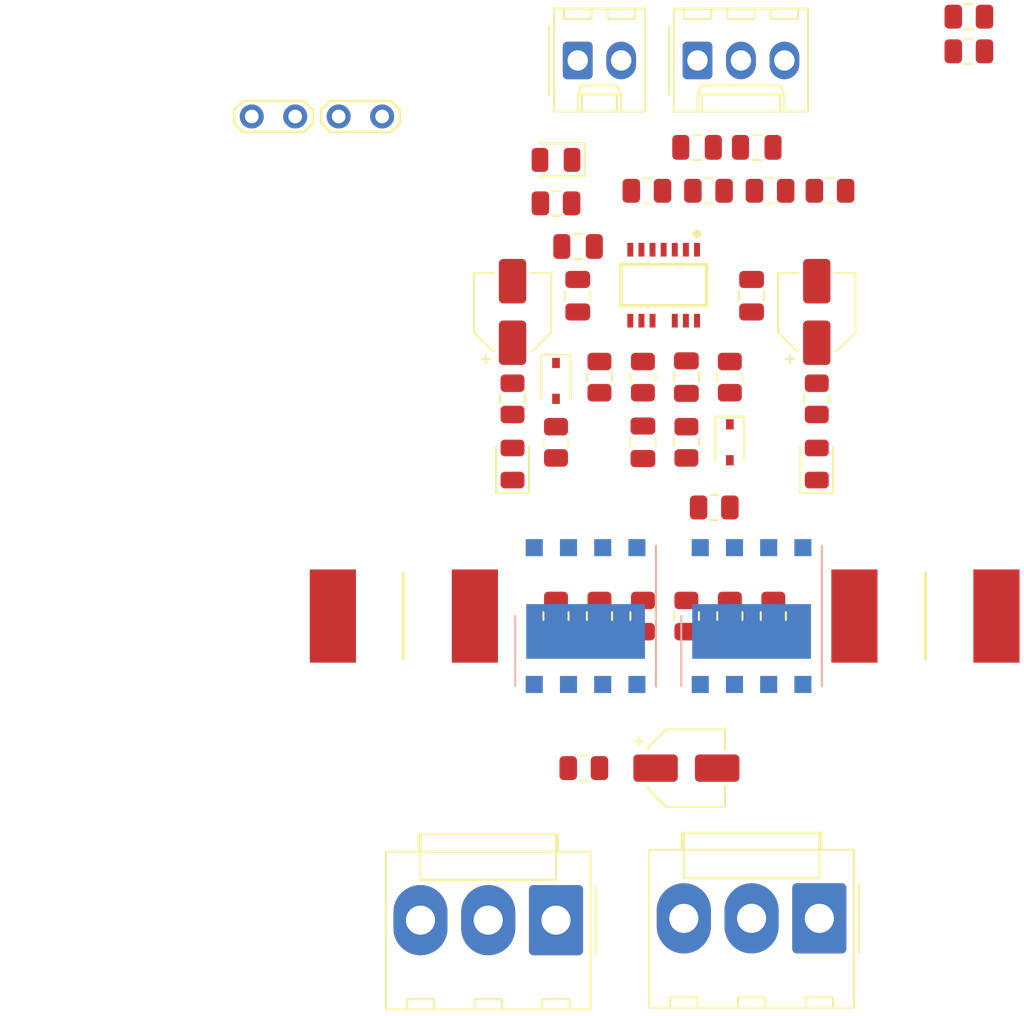
<source format=kicad_pcb>
(kicad_pcb (version 20211014) (generator pcbnew)
  (layers (0 "F.Cu" mixed) (1 "In1.Cu" power "Mid.1") (2 "In2.Cu" power "Mid.2") (31 "B.Cu" mixed) (34 "B.Paste" user) (35 "F.Paste" user) (36 "B.SilkS" user "B.Silkscreen") (37 "F.SilkS" user "F.Silkscreen") (38 "B.Mask" user) (39 "F.Mask" user) (44 "Edge.Cuts" user))
  (net 0 "")
  (net 1 "GND")
  (net 2 "+3.3V")
  (net 3 "VCCA")
  (net 4 "VCCB")
  (net 5 "GND1")
  (net 6 "LED1")
  (net 7 "Net-(C5-Pad1)")
  (net 8 "Net-(C5-Pad2)")
  (net 9 "GND2")
  (net 10 "OUTA")
  (net 11 "GND3")
  (net 12 "Net-(D1-Pad2)")
  (net 13 "Net-(D2-Pad2)")
  (net 14 "Net-(D5-Pad2)")
  (net 15 "Net-(D6-Pad2)")
  (net 16 "Net-(D7-Pad2)")
  (net 17 "Net-(FB3-Pad1)")
  (net 18 "Net-(Q1-Pad8)")
  (net 19 "Net-(J2-Pad1)")
  (net 20 "Net-(J2-Pad3)")
  (net 22 "Net-(FB4-Pad1)")
  (net 23 "HVDC+")
  (net 24 "PWM1")
  (net 25 "PWM2")
  (net 26 "OUTB")
  (net 27 "Net-(C15-Pad2)")
  (net 28 "LED2")
  (net 29 "Net-(C16-Pad2)")
  (net 30 "Net-(D2-Pad1)")
  (net 31 "Net-(J1-Pad1)")
  (net 32 "Net-(Q1-Pad1)")
  (net 33 "Net-(Q2-Pad5)")
  (net 34 "Net-(R17-Pad2)")
  (footprint "LED_SMD:LED_0805_2012Metric" (layer "F.Cu") (at 121.92 59.69 180)
    (fp_text reference "D5" hide)
    (fp_text value "LED")
    (fp_line (start -1.685 0.96) (end 1 0.96) (layer "F.SilkS") (width 0.12))
    (fp_line (start 1 -0.96) (end -1.685 -0.96) (layer "F.SilkS") (width 0.12))
    (fp_line (start -1.685 -0.96) (end -1.685 0.96) (layer "F.SilkS") (width 0.12))
    (pad "1" smd roundrect (at -0.9375 0 180) (size 0.975 1.4) (layers "F.Cu" "F.Paste" "F.Mask") (net 1 "GND"))
    (pad "2" smd roundrect (at 0.9375 0 180) (size 0.975 1.4) (layers "F.Cu" "F.Paste" "F.Mask") (net 14 "Net-(D5-Pad2)"))
  )
  (footprint "Connector_Molex:Molex_KK-254_AE-6410-03A_1x03_P2.54mm_Vertical" (layer "F.Cu") (at 130.18715 53.875)
    (fp_text reference "J2" hide)
    (fp_text value "PWM")
    (fp_line (start 6.46 2.99) (end 6.46 -3.03) (layer "F.SilkS") (width 0.12))
    (fp_line (start 0.8 -2.43) (end 0.8 -3.03) (layer "F.SilkS") (width 0.12))
    (fp_line (start 5.88 -2.43) (end 5.88 -3.03) (layer "F.SilkS") (width 0.12))
    (fp_line (start 0.25 2.99) (end 0.25 1.99) (layer "F.SilkS") (width 0.12))
    (fp_line (start 3.34 -2.43) (end 3.34 -3.03) (layer "F.SilkS") (width 0.12))
    (fp_line (start 0 1.99) (end 0.25 1.46) (layer "F.SilkS") (width 0.12))
    (fp_line (start 0.25 1.46) (end 4.83 1.46) (layer "F.SilkS") (width 0.12))
    (fp_line (start 4.83 2.99) (end 4.83 1.99) (layer "F.SilkS") (width 0.12))
    (fp_line (start 4.28 -2.43) (end 5.88 -2.43) (layer "F.SilkS") (width 0.12))
    (fp_line (start 5.08 1.99) (end 5.08 2.99) (layer "F.SilkS") (width 0.12))
    (fp_line (start 6.46 -3.03) (end -1.38 -3.03) (layer "F.SilkS") (width 0.12))
    (fp_line (start 1.74 -3.03) (end 1.74 -2.43) (layer "F.SilkS") (width 0.12))
    (fp_line (start 4.83 1.46) (end 5.08 1.99) (layer "F.SilkS") (width 0.12))
    (fp_line (start 1.74 -2.43) (end 3.34 -2.43) (layer "F.SilkS") (width 0.12))
    (fp_line (start -1.38 -3.03) (end -1.38 2.99) (layer "F.SilkS") (width 0.12))
    (fp_line (start -0.8 -2.43) (end 0.8 -2.43) (layer "F.SilkS") (width 0.12))
    (fp_line (start -1.67 -2) (end -1.67 2) (layer "F.SilkS") (width 0.12))
    (fp_line (start 0 1.99) (end 5.08 1.99) (layer "F.SilkS") (width 0.12))
    (fp_line (start -0.8 -3.03) (end -0.8 -2.43) (layer "F.SilkS") (width 0.12))
    (fp_line (start 4.28 -3.03) (end 4.28 -2.43) (layer "F.SilkS") (width 0.12))
    (fp_line (start -1.38 2.99) (end 6.46 2.99) (layer "F.SilkS") (width 0.12))
    (fp_line (start 0 2.99) (end 0 1.99) (layer "F.SilkS") (width 0.12))
    (pad "1" thru_hole roundrect (at 0 0) (size 1.74 2.19) (drill 1.19) (layers *.Cu *.Mask) (roundrect_rratio 0.143678) (net 19 "Net-(J2-Pad1)"))
    (pad "2" thru_hole oval (at 2.54 0) (size 1.74 2.19) (drill 1.19) (layers *.Cu *.Mask) (net 1 "GND"))
    (pad "3" thru_hole oval (at 5.08 0) (size 1.74 2.19) (drill 1.19) (layers *.Cu *.Mask) (net 20 "Net-(J2-Pad3)"))
  )
  (footprint "Resistor_SMD:R_0805_2012Metric" (layer "F.Cu") (at 134.430592 61.495 180)
    (fp_text reference "R16" hide)
    (fp_text value "10k")
    (fp_line (start -0.227064 -0.735) (end 0.227064 -0.735) (layer "F.SilkS") (width 0.12))
    (fp_line (start -0.227064 0.735) (end 0.227064 0.735) (layer "F.SilkS") (width 0.12))
    (pad "1" smd roundrect (at -0.9125 0 180) (size 1.025 1.4) (layers "F.Cu" "F.Paste" "F.Mask") (roundrect_rratio 0.243902) (net 24 "PWM1"))
    (pad "2" smd roundrect (at 0.9125 0 180) (size 1.025 1.4) (layers "F.Cu" "F.Paste" "F.Mask") (roundrect_rratio 0.243902) (net 1 "GND"))
  )
  (footprint "Resistor_SMD:R_0805_2012Metric" (layer "F.Cu") (at 119.38 73.66 90)
    (fp_text reference "R12" hide)
    (fp_text value "4.7k")
    (fp_line (start -0.227064 -0.735) (end 0.227064 -0.735) (layer "F.SilkS") (width 0.12))
    (fp_line (start -0.227064 0.735) (end 0.227064 0.735) (layer "F.SilkS") (width 0.12))
    (pad "1" smd roundrect (at -0.9125 0 90) (size 1.025 1.4) (layers "F.Cu" "F.Paste" "F.Mask") (roundrect_rratio 0.243902) (net 16 "Net-(D7-Pad2)"))
    (pad "2" smd roundrect (at 0.9125 0 90) (size 1.025 1.4) (layers "F.Cu" "F.Paste" "F.Mask") (roundrect_rratio 0.243902) (net 28 "LED2"))
  )
  (footprint "Capacitor_SMD:CP_Elec_4x5.8" (layer "F.Cu") (at 119.38 68.58 90)
    (fp_text reference "C16" hide)
    (fp_text value "10uF/35V")
    (fp_line (start -1.195563 -2.26) (end 2.26 -2.26) (layer "F.SilkS") (width 0.12))
    (fp_line (start -2.75 -1.81) (end -2.75 -1.31) (layer "F.SilkS") (width 0.12))
    (fp_line (start 2.26 2.26) (end 2.26 1.06) (layer "F.SilkS") (width 0.12))
    (fp_line (start -1.195563 2.26) (end 2.26 2.26) (layer "F.SilkS") (width 0.12))
    (fp_line (start -2.26 1.195563) (end -2.26 1.06) (layer "F.SilkS") (width 0.12))
    (fp_line (start 2.26 -2.26) (end 2.26 -1.06) (layer "F.SilkS") (width 0.12))
    (fp_line (start -2.26 -1.195563) (end -1.195563 -2.26) (layer "F.SilkS") (width 0.12))
    (fp_line (start -3 -1.56) (end -2.5 -1.56) (layer "F.SilkS") (width 0.12))
    (fp_line (start -2.26 -1.195563) (end -2.26 -1.06) (layer "F.SilkS") (width 0.12))
    (fp_line (start -2.26 1.195563) (end -1.195563 2.26) (layer "F.SilkS") (width 0.12))
    (pad "1" smd roundrect (at -1.8 0 90) (size 2.6 1.6) (layers "F.Cu" "F.Paste" "F.Mask") (roundrect_rratio 0.15625) (net 28 "LED2"))
    (pad "2" smd roundrect (at 1.8 0 90) (size 2.6 1.6) (layers "F.Cu" "F.Paste" "F.Mask") (roundrect_rratio 0.15625) (net 29 "Net-(C16-Pad2)"))
  )
  (footprint "footprint:TFLGA65P500X500X106-14_13N-V" (layer "F.Cu") (at 128.212 67.015 -90)
    (fp_text reference "U1" hide)
    (fp_text value "2EDF7275K")
    (fp_line (start -1.2 2.5) (end 1.2 2.5) (layer "F.SilkS") (width 0.2))
    (fp_line (start -1.2 -2.5) (end 1.2 -2.5) (layer "F.SilkS") (width 0.2))
    (fp_line (start -1.2 2.5) (end -1.2 -2.5) (layer "F.SilkS") (width 0.2))
    (fp_line (start 1.2 2.5) (end 1.2 -2.5) (layer "F.SilkS") (width 0.2))
    (fp_circle (center -3 -1.95) (end -2.875 -1.95) (layer "F.SilkS") (width 0.25) (fill none))
    (pad "1" smd rect locked (at -2.075 -1.95 270) (size 0.8 0.35) (layers "F.Cu" "F.Mask") (net 1 "GND"))
    (pad "2" smd rect locked (at -2.075 -1.3 270) (size 0.8 0.35) (layers "F.Cu" "F.Mask") (net 24 "PWM1"))
    (pad "3" smd rect locked (at -2.075 -0.65 270) (size 0.8 0.35) (layers "F.Cu" "F.Mask") (net 25 "PWM2"))
    (pad "4" smd rect locked (at -2.075 0 270) (size 0.8 0.35) (layers "F.Cu" "F.Mask") (net 1 "GND"))
    (pad "5" smd rect locked (at -2.075 0.65 270) (size 0.8 0.35) (layers "F.Cu" "F.Mask") (net 1 "GND"))
    (pad "6" smd rect locked (at -2.075 1.3 270) (size 0.8 0.35) (layers "F.Cu" "F.Mask"))
    (pad "7" smd rect locked (at -2.075 1.95 270) (size 0.8 0.35) (layers "F.Cu" "F.Mask") (net 2 "+3.3V"))
    (pad "8" smd rect locked (at 2.075 1.95 270) (size 0.8 0.35) (layers "F.Cu" "F.Mask") (net 29 "Net-(C16-Pad2)"))
    (pad "9" smd rect locked (at 2.075 1.3 270) (size 0.8 0.35) (layers "F.Cu" "F.Mask") (net 26 "OUTB"))
    (pad "10" smd rect locked (at 2.075 0.65 270) (size 0.8 0.35) (layers "F.Cu" "F.Mask") (net 28 "LED2"))
    (pad "11" smd rect locked (at 2.075 -0.65 270) (size 0.8 0.35) (layers "F.Cu" "F.Mask") (net 27 "Net-(C15-Pad2)"))
    (pad "12" smd rect locked (at 2.075 -1.3 270) (size 0.8 0.35) (layers "F.Cu" "F.Mask") (net 10 "OUTA"))
    (pad "13" smd rect locked (at 2.075 -1.95 270) (size 0.8 0.35) (layers "F.Cu" "F.Mask") (net 6 "LED1"))
  )
  (footprint "Capacitor_SMD:CP_Elec_4x5.8" (layer "F.Cu") (at 129.54 95.25)
    (fp_text reference "C10" hide)
    (fp_text value "220uF/450V")
    (fp_line (start -3 -1.56) (end -2.5 -1.56) (layer "F.SilkS") (width 0.12))
    (fp_line (start 2.26 -2.26) (end 2.26 -1.06) (layer "F.SilkS") (width 0.12))
    (fp_line (start -2.26 -1.195563) (end -2.26 -1.06) (layer "F.SilkS") (width 0.12))
    (fp_line (start 2.26 2.26) (end 2.26 1.06) (layer "F.SilkS") (width 0.12))
    (fp_line (start -2.75 -1.81) (end -2.75 -1.31) (layer "F.SilkS") (width 0.12))
    (fp_line (start -1.195563 -2.26) (end 2.26 -2.26) (layer "F.SilkS") (width 0.12))
    (fp_line (start -2.26 1.195563) (end -1.195563 2.26) (layer "F.SilkS") (width 0.12))
    (fp_line (start -1.195563 2.26) (end 2.26 2.26) (layer "F.SilkS") (width 0.12))
    (fp_line (start -2.26 -1.195563) (end -1.195563 -2.26) (layer "F.SilkS") (width 0.12))
    (fp_line (start -2.26 1.195563) (end -2.26 1.06) (layer "F.SilkS") (width 0.12))
    (pad "1" smd roundrect (at -1.8 0) (size 2.6 1.6) (layers "F.Cu" "F.Paste" "F.Mask") (roundrect_rratio 0.15625) (net 23 "HVDC+"))
    (pad "2" smd roundrect (at 1.8 0) (size 2.6 1.6) (layers "F.Cu" "F.Paste" "F.Mask") (roundrect_rratio 0.15625) (net 11 "GND3"))
  )
  (footprint "Resistor_SMD:R_0805_2012Metric" (layer "F.Cu") (at 123.5475 95.25 180)
    (fp_text reference "R8" hide)
    (fp_text value "500k")
    (fp_line (start -0.227064 -0.735) (end 0.227064 -0.735) (layer "F.SilkS") (width 0.12))
    (fp_line (start -0.227064 0.735) (end 0.227064 0.735) (layer "F.SilkS") (width 0.12))
    (pad "1" smd roundrect (at -0.9125 0 180) (size 1.025 1.4) (layers "F.Cu" "F.Paste" "F.Mask") (roundrect_rratio 0.243902) (net 23 "HVDC+"))
    (pad "2" smd roundrect (at 0.9125 0 180) (size 1.025 1.4) (layers "F.Cu" "F.Paste" "F.Mask") (roundrect_rratio 0.243902) (net 11 "GND3"))
  )
  (footprint "Capacitor_SMD:C_0805_2012Metric" (layer "F.Cu") (at 123.21 64.75)
    (fp_text reference "C1" hide)
    (fp_text value "100nF")
    (fp_line (start -0.261252 -0.735) (end 0.261252 -0.735) (layer "F.SilkS") (width 0.12))
    (fp_line (start -0.261252 0.735) (end 0.261252 0.735) (layer "F.SilkS") (width 0.12))
    (pad "1" smd roundrect (at -0.95 0) (size 1 1.45) (layers "F.Cu" "F.Paste" "F.Mask") (net 1 "GND"))
    (pad "2" smd roundrect (at 0.95 0) (size 1 1.45) (layers "F.Cu" "F.Paste" "F.Mask") (net 2 "+3.3V"))
  )
  (footprint "Resistor_SMD:R_0805_2012Metric" (layer "F.Cu") (at 127.232936 61.495)
    (fp_text reference "R13" hide)
    (fp_text value "100")
    (fp_line (start -0.227064 -0.735) (end 0.227064 -0.735) (layer "F.SilkS") (width 0.12))
    (fp_line (start -0.227064 0.735) (end 0.227064 0.735) (layer "F.SilkS") (width 0.12))
    (pad "1" smd roundrect (at -0.9125 0) (size 1.025 1.4) (layers "F.Cu" "F.Paste" "F.Mask") (roundrect_rratio 0.243902) (net 19 "Net-(J2-Pad1)"))
    (pad "2" smd roundrect (at 0.9125 0) (size 1.025 1.4) (layers "F.Cu" "F.Paste" "F.Mask") (roundrect_rratio 0.243902) (net 25 "PWM2"))
  )
  (footprint "Resistor_SMD:R_0805_2012Metric" (layer "F.Cu") (at 132.08 72.39 -90)
    (fp_text reference "R1" hide)
    (fp_text value "470")
    (fp_line (start -0.227064 0.735) (end 0.227064 0.735) (layer "F.SilkS") (width 0.12))
    (fp_line (start -0.227064 -0.735) (end 0.227064 -0.735) (layer "F.SilkS") (width 0.12))
    (pad "1" smd roundrect (at -0.9125 0 270) (size 1.025 1.4) (layers "F.Cu" "F.Paste" "F.Mask") (roundrect_rratio 0.243902) (net 10 "OUTA"))
    (pad "2" smd roundrect (at 0.9125 0 270) (size 1.025 1.4) (layers "F.Cu" "F.Paste" "F.Mask") (roundrect_rratio 0.243902) (net 18 "Net-(Q1-Pad8)"))
  )
  (footprint "Resistor_SMD:R_0805_2012Metric" (layer "F.Cu") (at 124.46 72.39 -90)
    (fp_text reference "R3" hide)
    (fp_text value "470")
    (fp_line (start -0.227064 0.735) (end 0.227064 0.735) (layer "F.SilkS") (width 0.12))
    (fp_line (start -0.227064 -0.735) (end 0.227064 -0.735) (layer "F.SilkS") (width 0.12))
    (pad "1" smd roundrect (at -0.9125 0 270) (size 1.025 1.4) (layers "F.Cu" "F.Paste" "F.Mask") (roundrect_rratio 0.243902) (net 26 "OUTB"))
    (pad "2" smd roundrect (at 0.9125 0 270) (size 1.025 1.4) (layers "F.Cu" "F.Paste" "F.Mask") (roundrect_rratio 0.243902) (net 8 "Net-(C5-Pad2)"))
  )
  (footprint "LED_SMD:LED_0805_2012Metric" (layer "F.Cu") (at 137.16 77.47 90)
    (fp_text reference "D6" hide)
    (fp_text value "LED")
    (fp_line (start -1.685 -0.96) (end -1.685 0.96) (layer "F.SilkS") (width 0.12))
    (fp_line (start -1.685 0.96) (end 1 0.96) (layer "F.SilkS") (width 0.12))
    (fp_line (start 1 -0.96) (end -1.685 -0.96) (layer "F.SilkS") (width 0.12))
    (pad "1" smd roundrect (at -0.9375 0 90) (size 0.975 1.4) (layers "F.Cu" "F.Paste" "F.Mask") (net 5 "GND1"))
    (pad "2" smd roundrect (at 0.9375 0 90) (size 0.975 1.4) (layers "F.Cu" "F.Paste" "F.Mask") (net 15 "Net-(D6-Pad2)"))
  )
  (footprint "Resistor_SMD:R_0805_2012Metric" (layer "F.Cu") (at 121.92 62.23)
    (fp_text reference "R10" hide)
    (fp_text value "4.7k")
    (fp_line (start -0.227064 0.735) (end 0.227064 0.735) (layer "F.SilkS") (width 0.12))
    (fp_line (start -0.227064 -0.735) (end 0.227064 -0.735) (layer "F.SilkS") (width 0.12))
    (pad "1" smd roundrect (at -0.9125 0) (size 1.025 1.4) (layers "F.Cu" "F.Paste" "F.Mask") (roundrect_rratio 0.243902) (net 14 "Net-(D5-Pad2)"))
    (pad "2" smd roundrect (at 0.9125 0) (size 1.025 1.4) (layers "F.Cu" "F.Paste" "F.Mask") (roundrect_rratio 0.243902) (net 2 "+3.3V"))
  )
  (footprint "Resistor_SMD:R_0805_2012Metric" (layer "F.Cu") (at 124.46 86.36 -90)
    (fp_text reference "R17" hide)
    (fp_text value "1R")
    (fp_line (start -0.227064 -0.735) (end 0.227064 -0.735) (layer "F.SilkS") (width 0.12))
    (fp_line (start -0.227064 0.735) (end 0.227064 0.735) (layer "F.SilkS") (width 0.12))
    (pad "1" smd roundrect (at -0.9125 0 270) (size 1.025 1.4) (layers "F.Cu" "F.Paste" "F.Mask") (roundrect_rratio 0.243902) (net 33 "Net-(Q2-Pad5)"))
    (pad "2" smd roundrect (at 0.9125 0 270) (size 1.025 1.4) (layers "F.Cu" "F.Paste" "F.Mask") (roundrect_rratio 0.243902) (net 34 "Net-(R17-Pad2)"))
  )
  (footprint "Resistor_SMD:R_0805_2012Metric" (layer "F.Cu") (at 127 72.39 -90)
    (fp_text reference "R2" hide)
    (fp_text value "10")
    (fp_line (start -0.227064 -0.735) (end 0.227064 -0.735) (layer "F.SilkS") (width 0.12))
    (fp_line (start -0.227064 0.735) (end 0.227064 0.735) (layer "F.SilkS") (width 0.12))
    (pad "1" smd roundrect (at -0.9125 0 270) (size 1.025 1.4) (layers "F.Cu" "F.Paste" "F.Mask") (roundrect_rratio 0.243902) (net 26 "OUTB"))
    (pad "2" smd roundrect (at 0.9125 0 270) (size 1.025 1.4) (layers "F.Cu" "F.Paste" "F.Mask") (roundrect_rratio 0.243902) (net 7 "Net-(C5-Pad1)"))
  )
  (footprint "Connector_Molex:Molex_KK-254_AE-6410-02A_1x02_P2.54mm_Vertical" (layer "F.Cu") (at 123.19 53.875)
    (fp_text reference "J4" hide)
    (fp_text value "3.3V")
    (fp_line (start -0.8 -3.03) (end -0.8 -2.43) (layer "F.SilkS") (width 0.12))
    (fp_line (start -1.38 -3.03) (end -1.38 2.99) (layer "F.SilkS") (width 0.12))
    (fp_line (start -1.67 -2) (end -1.67 2) (layer "F.SilkS") (width 0.12))
    (fp_line (start 1.74 -2.43) (end 3.34 -2.43) (layer "F.SilkS") (width 0.12))
    (fp_line (start 2.54 1.99) (end 2.54 2.99) (layer "F.SilkS") (width 0.12))
    (fp_line (start 0 1.99) (end 2.54 1.99) (layer "F.SilkS") (width 0.12))
    (fp_line (start 0.25 2.99) (end 0.25 1.99) (layer "F.SilkS") (width 0.12))
    (fp_line (start 0 1.99) (end 0.25 1.46) (layer "F.SilkS") (width 0.12))
    (fp_line (start 2.29 2.99) (end 2.29 1.99) (layer "F.SilkS") (width 0.12))
    (fp_line (start 3.34 -2.43) (end 3.34 -3.03) (layer "F.SilkS") (width 0.12))
    (fp_line (start -1.38 2.99) (end 3.92 2.99) (layer "F.SilkS") (width 0.12))
    (fp_line (start 2.29 1.46) (end 2.54 1.99) (layer "F.SilkS") (width 0.12))
    (fp_line (start 3.92 -3.03) (end -1.38 -3.03) (layer "F.SilkS") (width 0.12))
    (fp_line (start 0.25 1.46) (end 2.29 1.46) (layer "F.SilkS") (width 0.12))
    (fp_line (start 3.92 2.99) (end 3.92 -3.03) (layer "F.SilkS") (width 0.12))
    (fp_line (start 0 2.99) (end 0 1.99) (layer "F.SilkS") (width 0.12))
    (fp_line (start 0.8 -2.43) (end 0.8 -3.03) (layer "F.SilkS") (width 0.12))
    (fp_line (start -0.8 -2.43) (end 0.8 -2.43) (layer "F.SilkS") (width 0.12))
    (fp_line (start 1.74 -3.03) (end 1.74 -2.43) (layer "F.SilkS") (width 0.12))
    (pad "1" thru_hole roundrect (at 0 0) (size 1.74 2.19) (drill 1.19) (layers *.Cu *.Mask) (roundrect_rratio 0.143678) (net 2 "+3.3V"))
    (pad "2" thru_hole oval (at 2.54 0) (size 1.74 2.19) (drill 1.19) (layers *.Cu *.Mask) (net 1 "GND"))
  )
  (footprint "Resistor_SMD:R_0805_2012Metric" (layer "F.Cu") (at 121.92 76.2 90)
    (fp_text reference "R5" hide)
    (fp_text value "5.1")
    (fp_line (start -0.227064 -0.735) (end 0.227064 -0.735) (layer "F.SilkS") (width 0.12))
    (fp_line (start -0.227064 0.735) (end 0.227064 0.735) (layer "F.SilkS") (width 0.12))
    (pad "1" smd roundrect (at -0.9125 0 90) (size 1.025 1.4) (layers "F.Cu" "F.Paste" "F.Mask") (roundrect_rratio 0.243902) (net 12 "Net-(D1-Pad2)"))
    (pad "2" smd roundrect (at 0.9125 0 90) (size 1.025 1.4) (layers "F.Cu" "F.Paste" "F.Mask") (roundrect_rratio 0.243902) (net 7 "Net-(C5-Pad1)"))
  )
  (footprint "Capacitor_SMD:C_0805_2012Metric" (layer "F.Cu") (at 133.652936 58.955)
    (fp_text reference "C14" hide)
    (fp_text value "100nF")
    (fp_line (start -0.261252 0.735) (end 0.261252 0.735) (layer "F.SilkS") (width 0.12))
    (fp_line (start -0.261252 -0.735) (end 0.261252 -0.735) (layer "F.SilkS") (width 0.12))
    (pad "1" smd roundrect (at -0.95 0) (size 1 1.45) (layers "F.Cu" "F.Paste" "F.Mask") (net 1 "GND"))
    (pad "2" smd roundrect (at 0.95 0) (size 1 1.45) (layers "F.Cu" "F.Paste" "F.Mask") (net 24 "PWM1"))
  )
  (footprint "Resistor_SMD:R_0805_2012Metric" (layer "F.Cu") (at 146.05 53.34)
    (fp_text reference "FB4" hide)
    (fp_text value "fb")
    (fp_line (start -0.227064 -0.735) (end 0.227064 -0.735) (layer "F.SilkS") (width 0.12))
    (fp_line (start -0.227064 0.735) (end 0.227064 0.735) (layer "F.SilkS") (width 0.12))
    (pad "1" smd roundrect (at -0.9125 0) (size 1.025 1.4) (layers "F.Cu" "F.Paste" "F.Mask") (roundrect_rratio 0.243902) (net 22 "Net-(FB4-Pad1)"))
    (pad "2" smd roundrect (at 0.9125 0) (size 1.025 1.4) (layers "F.Cu" "F.Paste" "F.Mask") (roundrect_rratio 0.243902) (net 3 "VCCA"))
  )
  (footprint "Resistor_SMD:R_0805_2012Metric" (layer "F.Cu") (at 129.54 76.2 -90)
    (fp_text reference "R4" hide)
    (fp_text value "10")
    (fp_line (start -0.227064 -0.735) (end 0.227064 -0.735) (layer "F.SilkS") (width 0.12))
    (fp_line (start -0.227064 0.735) (end 0.227064 0.735) (layer "F.SilkS") (width 0.12))
    (pad "1" smd roundrect (at -0.9125 0 270) (size 1.025 1.4) (layers "F.Cu" "F.Paste" "F.Mask") (roundrect_rratio 0.243902) (net 30 "Net-(D2-Pad1)"))
    (pad "2" smd roundrect (at 0.9125 0 270) (size 1.025 1.4) (layers "F.Cu" "F.Paste" "F.Mask") (roundrect_rratio 0.243902) (net 18 "Net-(Q1-Pad8)"))
  )
  (footprint "Resistor_SMD:R_0805_2012Metric" (layer "F.Cu") (at 137.16 73.66 90)
    (fp_text reference "R11" hide)
    (fp_text value "4.7k")
    (fp_line (start -0.227064 0.735) (end 0.227064 0.735) (layer "F.SilkS") (width 0.12))
    (fp_line (start -0.227064 -0.735) (end 0.227064 -0.735) (layer "F.SilkS") (width 0.12))
    (pad "1" smd roundrect (at -0.9125 0 90) (size 1.025 1.4) (layers "F.Cu" "F.Paste" "F.Mask") (roundrect_rratio 0.243902) (net 15 "Net-(D6-Pad2)"))
    (pad "2" smd roundrect (at 0.9125 0 90) (size 1.025 1.4) (layers "F.Cu" "F.Paste" "F.Mask") (roundrect_rratio 0.243902) (net 6 "LED1"))
  )
  (footprint "Capacitor_SMD:C_0805_2012Metric" (layer "F.Cu") (at 130.162936 58.955 180)
    (fp_text reference "C13" hide)
    (fp_text value "100nF")
    (fp_line (start -0.261252 0.735) (end 0.261252 0.735) (layer "F.SilkS") (width 0.12))
    (fp_line (start -0.261252 -0.735) (end 0.261252 -0.735) (layer "F.SilkS") (width 0.12))
    (pad "1" smd roundrect (at -0.95 0 180) (size 1 1.45) (layers "F.Cu" "F.Paste" "F.Mask") (net 1 "GND"))
    (pad "2" smd roundrect (at 0.95 0 180) (size 1 1.45) (layers "F.Cu" "F.Paste" "F.Mask") (net 25 "PWM2"))
  )
  (footprint "Capacitor_SMD:C_0805_2012Metric" (layer "F.Cu") (at 127 76.2 -90)
    (fp_text reference "C5" hide)
    (fp_text value "2.2nF")
    (fp_line (start -0.261252 0.735) (end 0.261252 0.735) (layer "F.SilkS") (width 0.12))
    (fp_line (start -0.261252 -0.735) (end 0.261252 -0.735) (layer "F.SilkS") (width 0.12))
    (pad "1" smd roundrect (at -0.95 0 270) (size 1 1.45) (layers "F.Cu" "F.Paste" "F.Mask") (net 7 "Net-(C5-Pad1)"))
    (pad "2" smd roundrect (at 0.95 0 270) (size 1 1.45) (layers "F.Cu" "F.Paste" "F.Mask") (net 8 "Net-(C5-Pad2)"))
  )
  (footprint "Resistor_SMD:R_0805_2012Metric" (layer "F.Cu") (at 121.92 86.36 -90)
    (fp_text reference "R20" hide)
    (fp_text value "1R")
    (fp_line (start -0.227064 0.735) (end 0.227064 0.735) (layer "F.SilkS") (width 0.12))
    (fp_line (start -0.227064 -0.735) (end 0.227064 -0.735) (layer "F.SilkS") (width 0.12))
    (pad "1" smd roundrect (at -0.9125 0 270) (size 1.025 1.4) (layers "F.Cu" "F.Paste" "F.Mask") (roundrect_rratio 0.243902) (net 33 "Net-(Q2-Pad5)"))
    (pad "2" smd roundrect (at 0.9125 0 270) (size 1.025 1.4) (layers "F.Cu" "F.Paste" "F.Mask") (roundrect_rratio 0.243902) (net 34 "Net-(R17-Pad2)"))
  )
  (footprint "footprint:RESC10052X50N" (layer "F.Cu") (at 113.03 86.36 180)
    (fp_text reference "R9" hide)
    (fp_text value "WSLP3921L1000FEA" hide)
    (fp_line (start 0 -2.5) (end 0 2.5) (layer "F.SilkS") (width 0.2))
    (pad "1" smd rect (at -4.15 0 180) (size 2.7 5.45) (layers "F.Cu" "F.Paste" "F.Mask") (net 34 "Net-(R17-Pad2)"))
    (pad "2" smd rect (at 4.15 0 180) (size 2.7 5.45) (layers "F.Cu" "F.Paste" "F.Mask") (net 11 "GND3"))
  )
  (footprint "Resistor_SMD:R_0805_2012Metric" (layer "F.Cu") (at 129.54 86.36 -90)
    (fp_text reference "R22" hide)
    (fp_text value "NC")
    (fp_line (start -0.227064 -0.735) (end 0.227064 -0.735) (layer "F.SilkS") (width 0.12))
    (fp_line (start -0.227064 0.735) (end 0.227064 0.735) (layer "F.SilkS") (width 0.12))
    (pad "1" smd roundrect (at -0.9125 0 270) (size 1.025 1.4) (layers "F.Cu" "F.Paste" "F.Mask") (roundrect_rratio 0.243902) (net 33 "Net-(Q2-Pad5)"))
    (pad "2" smd roundrect (at 0.9125 0 270) (size 1.025 1.4) (layers "F.Cu" "F.Paste" "F.Mask") (roundrect_rratio 0.243902) (net 34 "Net-(R17-Pad2)"))
  )
  (footprint "Diode_SMD:D_SOD-323" (layer "F.Cu") (at 132.08 76.2 -90)
    (fp_text reference "D2" hide)
    (fp_text value "BAT165")
    (fp_line (start -1.5 -0.85) (end 1.05 -0.85) (layer "F.SilkS") (width 0.12))
    (fp_line (start -1.5 0.85) (end 1.05 0.85) (layer "F.SilkS") (width 0.12))
    (fp_line (start -1.5 -0.85) (end -1.5 0.85) (layer "F.SilkS") (width 0.12))
    (pad "1" smd rect (at -1.05 0 270) (size 0.6 0.45) (layers "F.Cu" "F.Paste" "F.Mask") (net 30 "Net-(D2-Pad1)"))
    (pad "2" smd rect (at 1.05 0 270) (size 0.6 0.45) (layers "F.Cu" "F.Paste" "F.Mask") (net 13 "Net-(D2-Pad2)"))
  )
  (footprint "TestPoint:TestPoint_2Pads_Pitch2.54mm_Drill0.8mm" (layer "F.Cu") (at 109.22 57.15)
    (fp_text reference "REF**" hide)
    (fp_text value "TestPoint_2Pads_Pitch2.54mm_Drill0.8mm")
    (fp_line (start -0.53 0.9) (end -1.03 0.4) (layer "F.SilkS") (width 0.15))
    (fp_line (start 3.07 0.9) (end -0.53 0.9) (layer "F.SilkS") (width 0.15))
    (fp_line (start -1.03 0.4) (end -1.03 -0.4) (layer "F.SilkS") (width 0.15))
    (fp_line (start 3.57 0.4) (end 3.07 0.9) (layer "F.SilkS") (width 0.15))
    (fp_line (start 3.07 -0.9) (end 3.57 -0.4) (layer "F.SilkS") (width 0.15))
    (fp_line (start 3.57 -0.4) (end 3.57 0.4) (layer "F.SilkS") (width 0.15))
    (fp_line (start -0.53 -0.9) (end 3.07 -0.9) (layer "F.SilkS") (width 0.15))
    (fp_line (start -1.03 -0.4) (end -0.53 -0.9) (layer "F.SilkS") (width 0.15))
    (pad "1" thru_hole circle (at 0 0) (size 1.4 1.4) (drill 0.8) (layers *.Mask "F.Cu" "In1.Cu" "In2.Cu" "B.Cu"))
    (pad "2" thru_hole circle (at 2.54 0) (size 1.4 1.4) (drill 0.8) (layers *.Mask "F.Cu" "In1.Cu" "In2.Cu" "B.Cu"))
  )
  (footprint "Capacitor_SMD:C_0805_2012Metric" (layer "F.Cu") (at 129.54 72.39 -90)
    (fp_text reference "C4" hide)
    (fp_text value "2.2nF")
    (fp_line (start -0.261252 -0.735) (end 0.261252 -0.735) (layer "F.SilkS") (width 0.12))
    (fp_line (start -0.261252 0.735) (end 0.261252 0.735) (layer "F.SilkS") (width 0.12))
    (pad "1" smd roundrect (at -0.95 0 270) (size 1 1.45) (layers "F.Cu" "F.Paste" "F.Mask") (net 10 "OUTA"))
    (pad "2" smd roundrect (at 0.95 0 270) (size 1 1.45) (layers "F.Cu" "F.Paste" "F.Mask") (net 30 "Net-(D2-Pad1)"))
  )
  (footprint "Connector_Molex:Molex_KK-396_A-41791-0003_1x03_P3.96mm_Vertical" (layer "F.Cu") (at 137.31 104.035 180)
    (fp_text reference "J3" hide)
    (fp_text value "HVDC2")
    (fp_line (start 0 2.34) (end 7.92 2.34) (layer "F.SilkS") (width 0.12))
    (fp_line (start -0.115 4.005) (end -2.02 4.005) (layer "F.SilkS") (width 0.12))
    (fp_line (start 8.035 5.01) (end -0.115 5.01) (layer "F.SilkS") (width 0.12))
    (fp_line (start 3.16 -4.62) (end 4.76 -4.62) (layer "F.SilkS") (width 0.12))
    (fp_line (start 0 5.01) (end 0 4.01) (layer "F.SilkS") (width 0.12))
    (fp_line (start 7.92 2.34) (end 7.92 4.01) (layer "F.SilkS") (width 0.12))
    (fp_line (start 0.8 -4.62) (end 0.8 -5.22) (layer "F.SilkS") (width 0.12))
    (fp_line (start 7.92 4.01) (end 7.92 5.01) (layer "F.SilkS") (width 0.12))
    (fp_line (start -0.8 -5.22) (end -0.8 -4.62) (layer "F.SilkS") (width 0.12))
    (fp_line (start 8.035 4.005) (end 8.035 5.01) (layer "F.SilkS") (width 0.12))
    (fp_line (start -0.115 5.01) (end -0.115 4.005) (layer "F.SilkS") (width 0.12))
    (fp_line (start 8.72 -4.62) (end 8.72 -5.22) (layer "F.SilkS") (width 0.12))
    (fp_line (start 9.94 -5.22) (end 9.94 4.005) (layer "F.SilkS") (width 0.12))
    (fp_line (start 7.12 -4.62) (end 8.72 -4.62) (layer "F.SilkS") (width 0.12))
    (fp_line (start 9.94 4.005) (end 8.035 4.005) (layer "F.SilkS") (width 0.12))
    (fp_line (start -2.31 -2) (end -2.31 2) (layer "F.SilkS") (width 0.12))
    (fp_line (start 7.12 -5.22) (end 7.12 -4.62) (layer "F.SilkS") (width 0.12))
    (fp_line (start -2.02 -5.22) (end 9.94 -5.22) (layer "F.SilkS") (width 0.12))
    (fp_line (start -2.02 4.005) (end -2.02 -5.22) (layer "F.SilkS") (width 0.12))
    (fp_line (start -0.8 -4.62) (end 0.8 -4.62) (layer "F.SilkS") (width 0.12))
    (fp_line (start 3.16 -5.22) (end 3.16 -4.62) (layer "F.SilkS") (width 0.12))
    (fp_line (start 0 4.01) (end 0 2.34) (layer "F.SilkS") (width 0.12))
    (fp_line (start 4.76 -4.62) (end 4.76 -5.22) (layer "F.SilkS") (width 0.12))
    (fp_line (start 0 4.01) (end 7.92 4.01) (layer "F.SilkS") (width 0.12))
    (pad "1" thru_hole roundrect (at 0 0 180) (size 3.16 4.1) (drill 1.7) (layers *.Cu *.Mask) (roundrect_rratio 0.079114) (net 31 "Net-(J1-Pad1)"))
    (pad "2" thru_hole oval (at 3.96 0 180) (size 3.16 4.1) (drill 1.7) (layers *.Cu *.Mask) (net 11 "GND3"))
    (pad "3" thru_hole oval (at 7.92 0 180) (size 3.16 4.1) (drill 1.7) (layers *.Cu *.Mask) (net 23 "HVDC+"))
  )
  (footprint "Resistor_SMD:R_0805_2012Metric" (layer "F.Cu") (at 137.932936 61.495 180)
    (fp_text reference "R14" hide)
    (fp_text value "100")
    (fp_line (start -0.227064 0.735) (end 0.227064 0.735) (layer "F.SilkS") (width 0.12))
    (fp_line (start -0.227064 -0.735) (end 0.227064 -0.735) (layer "F.SilkS") (width 0.12))
    (pad "1" smd roundrect (at -0.9125 0 180) (size 1.025 1.4) (layers "F.Cu" "F.Paste" "F.Mask") (roundrect_rratio 0.243902) (net 20 "Net-(J2-Pad3)"))
    (pad "2" smd roundrect (at 0.9125 0 180) (size 1.025 1.4) (layers "F.Cu" "F.Paste" "F.Mask") (roundrect_rratio 0.243902) (net 24 "PWM1"))
  )
  (footprint "TestPoint:TestPoint_2Pads_Pitch2.54mm_Drill0.8mm" (layer "F.Cu") (at 104.14 57.15)
    (fp_text reference "REF**" hide)
    (fp_text value "TestPoint_2Pads_Pitch2.54mm_Drill0.8mm")
    (fp_line (start -1.03 0.4) (end -1.03 -0.4) (layer "F.SilkS") (width 0.15))
    (fp_line (start 3.07 -0.9) (end 3.57 -0.4) (layer "F.SilkS") (width 0.15))
    (fp_line (start 3.57 -0.4) (end 3.57 0.4) (layer "F.SilkS") (width 0.15))
    (fp_line (start -0.53 -0.9) (end 3.07 -0.9) (layer "F.SilkS") (width 0.15))
    (fp_line (start 3.07 0.9) (end -0.53 0.9) (layer "F.SilkS") (width 0.15))
    (fp_line (start -0.53 0.9) (end -1.03 0.4) (layer "F.SilkS") (width 0.15))
    (fp_line (start -1.03 -0.4) (end -0.53 -0.9) (layer "F.SilkS") (width 0.15))
    (fp_line (start 3.57 0.4) (end 3.07 0.9) (layer "F.SilkS") (width 0.15))
    (pad "1" thru_hole circle (at 0 0) (size 1.4 1.4) (drill 0.8) (layers *.Cu *.Mask))
    (pad "2" thru_hole circle (at 2.54 0) (size 1.4 1.4) (drill 0.8) (layers *.Cu *.Mask))
  )
  (footprint "LED_SMD:LED_0805_2012Metric" (layer "F.Cu") (at 119.38 77.47 90)
    (fp_text reference "D7" hide)
    (fp_text value "LED")
    (fp_line (start -1.685 -0.96) (end -1.685 0.96) (layer "F.SilkS") (width 0.12))
    (fp_line (start 1 -0.96) (end -1.685 -0.96) (layer "F.SilkS") (width 0.12))
    (fp_line (start -1.685 0.96) (end 1 0.96) (layer "F.SilkS") (width 0.12))
    (pad "1" smd roundrect (at -0.9375 0 90) (size 0.975 1.4) (layers "F.Cu" "F.Paste" "F.Mask") (net 9 "GND2"))
    (pad "2" smd roundrect (at 0.9375 0 90) (size 0.975 1.4) (layers "F.Cu" "F.Paste" "F.Mask") (net 16 "Net-(D7-Pad2)"))
  )
  (footprint "Resistor_SMD:R_0805_2012Metric" (layer "F.Cu") (at 130.831764 61.495)
    (fp_text reference "R15" hide)
    (fp_text value "10k")
    (fp_line (start -0.227064 0.735) (end 0.227064 0.735) (layer "F.SilkS") (width 0.12))
    (fp_line (start -0.227064 -0.735) (end 0.227064 -0.735) (layer "F.SilkS") (width 0.12))
    (pad "1" smd roundrect (at -0.9125 0) (size 1.025 1.4) (layers "F.Cu" "F.Paste" "F.Mask") (roundrect_rratio 0.243902) (net 25 "PWM2"))
    (pad "2" smd roundrect (at 0.9125 0) (size 1.025 1.4) (layers "F.Cu" "F.Paste" "F.Mask") (roundrect_rratio 0.243902) (net 1 "GND"))
  )
  (footprint "footprint:RESC10052X50N" (layer "F.Cu") (at 143.51 86.36)
    (fp_text reference "R7" hide)
    (fp_text value "WSLP3921L1000FEA" hide)
    (fp_line (start 0 -2.5) (end 0 2.5) (layer "F.SilkS") (width 0.2))
    (pad "1" smd rect (at -4.15 0) (size 2.7 5.45) (layers "F.Cu" "F.Paste" "F.Mask") (net 32 "Net-(Q1-Pad1)"))
    (pad "2" smd rect (at 4.15 0) (size 2.7 5.45) (layers "F.Cu" "F.Paste" "F.Mask") (net 23 "HVDC+"))
  )
  (footprint "Resistor_SMD:R_0805_2012Metric" (layer "F.Cu") (at 134.62 86.36 -90)
    (fp_text reference "R18" hide)
    (fp_text value "1R")
    (fp_line (start -0.227064 -0.735) (end 0.227064 -0.735) (layer "F.SilkS") (width 0.12))
    (fp_line (start -0.227064 0.735) (end 0.227064 0.735) (layer "F.SilkS") (width 0.12))
    (pad "1" smd roundrect (at -0.9125 0 270) (size 1.025 1.4) (layers "F.Cu" "F.Paste" "F.Mask") (roundrect_rratio 0.243902) (net 33 "Net-(Q2-Pad5)"))
    (pad "2" smd roundrect (at 0.9125 0 270) (size 1.025 1.4) (layers "F.Cu" "F.Paste" "F.Mask") (roundrect_rratio 0.243902) (net 34 "Net-(R17-Pad2)"))
  )
  (footprint "Diode_SMD:D_SOD-323" (layer "F.Cu") (at 121.92 72.61 -90)
    (fp_text reference "D1" hide)
    (fp_text value "BAT165")
    (fp_line (start -1.5 0.85) (end 1.05 0.85) (layer "F.SilkS") (width 0.12))
    (fp_line (start -1.5 -0.85) (end -1.5 0.85) (layer "F.SilkS") (width 0.12))
    (fp_line (start -1.5 -0.85) (end 1.05 -0.85) (layer "F.SilkS") (width 0.12))
    (pad "1" smd rect (at -1.05 0 270) (size 0.6 0.45) (layers "F.Cu" "F.Paste" "F.Mask") (net 26 "OUTB"))
    (pad "2" smd rect (at 1.05 0 270) (size 0.6 0.45) (layers "F.Cu" "F.Paste" "F.Mask") (net 12 "Net-(D1-Pad2)"))
  )
  (footprint "Connector_Molex:Molex_KK-396_A-41791-0003_1x03_P3.96mm_Vertical" (layer "F.Cu") (at 121.92 104.14 180)
    (fp_text reference "J1" hide)
    (fp_text value "HVDC1")
    (fp_line (start 0 2.34) (end 7.92 2.34) (layer "F.SilkS") (width 0.12))
    (fp_line (start 8.72 -4.62) (end 8.72 -5.22) (layer "F.SilkS") (width 0.12))
    (fp_line (start 8.035 4.005) (end 8.035 5.01) (layer "F.SilkS") (width 0.12))
    (fp_line (start 9.94 -5.22) (end 9.94 4.005) (layer "F.SilkS") (width 0.12))
    (fp_line (start 9.94 4.005) (end 8.035 4.005) (layer "F.SilkS") (width 0.12))
    (fp_line (start 7.12 -5.22) (end 7.12 -4.62) (layer "F.SilkS") (width 0.12))
    (fp_line (start 7.92 2.34) (end 7.92 4.01) (layer "F.SilkS") (width 0.12))
    (fp_line (start 3.16 -4.62) (end 4.76 -4.62) (layer "F.SilkS") (width 0.12))
    (fp_line (start 8.035 5.01) (end -0.115 5.01) (layer "F.SilkS") (width 0.12))
    (fp_line (start -2.31 -2) (end -2.31 2) (layer "F.SilkS") (width 0.12))
    (fp_line (start -2.02 -5.22) (end 9.94 -5.22) (layer "F.SilkS") (width 0.12))
    (fp_line (start 4.76 -4.62) (end 4.76 -5.22) (layer "F.SilkS") (width 0.12))
    (fp_line (start 7.12 -4.62) (end 8.72 -4.62) (layer "F.SilkS") (width 0.12))
    (fp_line (start -2.02 4.005) (end -2.02 -5.22) (layer "F.SilkS") (width 0.12))
    (fp_line (start 3.16 -5.22) (end 3.16 -4.62) (layer "F.SilkS") (width 0.12))
    (fp_line (start -0.8 -5.22) (end -0.8 -4.62) (layer "F.SilkS") (width 0.12))
    (fp_line (start 7.92 4.01) (end 7.92 5.01) (layer "F.SilkS") (width 0.12))
    (fp_line (start 0 5.01) (end 0 4.01) (layer "F.SilkS") (width 0.12))
    (fp_line (start 0.8 -4.62) (end 0.8 -5.22) (layer "F.SilkS") (width 0.12))
    (fp_line (start -0.115 4.005) (end -2.02 4.005) (layer "F.SilkS") (width 0.12))
    (fp_line (start -0.115 5.01) (end -0.115 4.005) (layer "F.SilkS") (width 0.12))
    (fp_line (start -0.8 -4.62) (end 0.8 -4.62) (layer "F.SilkS") (width 0.12))
    (fp_line (start 0 4.01) (end 0 2.34) (layer "F.SilkS") (width 0.12))
    (fp_line (start 0 4.01) (end 7.92 4.01) (layer "F.SilkS") (width 0.12))
    (pad "1" thru_hole roundrect (at 0 0 180) (size 3.16 4.1) (drill 1.7) (layers *.Cu *.Mask) (roundrect_rratio 0.079114) (net 31 "Net-(J1-Pad1)"))
    (pad "2" thru_hole oval (at 3.96 0 180) (size 3.16 4.1) (drill 1.7) (layers *.Cu *.Mask) (net 11 "GND3"))
    (pad "3" thru_hole oval (at 7.92 0 180) (size 3.16 4.1) (drill 1.7) (layers *.Cu *.Mask) (net 23 "HVDC+"))
  )
  (footprint "Capacitor_SMD:C_0805_2012Metric" (layer "F.Cu") (at 123.19 67.63 90)
    (fp_text reference "C3" hide)
    (fp_text value "1uF")
    (fp_line (start -0.261252 -0.735) (end 0.261252 -0.735) (layer "F.SilkS") (width 0.12))
    (fp_line (start -0.261252 0.735) (end 0.261252 0.735) (layer "F.SilkS") (width 0.12))
    (pad "1" smd roundrect (at -0.95 0 90) (size 1 1.45) (layers "F.Cu" "F.Paste" "F.Mask") (net 29 "Net-(C16-Pad2)"))
    (pad "2" smd roundrect (at 0.95 0 90) (size 1 1.45) (layers "F.Cu" "F.Paste" "F.Mask") (net 28 "LED2"))
  )
  (footprint "Resistor_SMD:R_0805_2012Metric" (layer "F.Cu") (at 132.08 86.36 -90)
    (fp_text reference "R19" hide)
    (fp_text value "1R")
    (fp_line (start -0.227064 0.735) (end 0.227064 0.735) (layer "F.SilkS") (width 0.12))
    (fp_line (start -0.227064 -0.735) (end 0.227064 -0.735) (layer "F.SilkS") (width 0.12))
    (pad "1" smd roundrect (at -0.9125 0 270) (size 1.025 1.4) (layers "F.Cu" "F.Paste" "F.Mask") (roundrect_rratio 0.243902) (net 33 "Net-(Q2-Pad5)"))
    (pad "2" smd roundrect (at 0.9125 0 270) (size 1.025 1.4) (layers "F.Cu" "F.Paste" "F.Mask") (roundrect_rratio 0.243902) (net 34 "Net-(R17-Pad2)"))
  )
  (footprint "Resistor_SMD:R_0805_2012Metric" (layer "F.Cu") (at 127 86.36 -90)
    (fp_text reference "R21" hide)
    (fp_text value "NC")
    (fp_line (start -0.227064 -0.735) (end 0.227064 -0.735) (layer "F.SilkS") (width 0.12))
    (fp_line (start -0.227064 0.735) (end 0.227064 0.735) (layer "F.SilkS") (width 0.12))
    (pad "1" smd roundrect (at -0.9125 0 270) (size 1.025 1.4) (layers "F.Cu" "F.Paste" "F.Mask") (roundrect_rratio 0.243902) (net 33 "Net-(Q2-Pad5)"))
    (pad "2" smd roundrect (at 0.9125 0 270) (size 1.025 1.4) (layers "F.Cu" "F.Paste" "F.Mask") (roundrect_rratio 0.243902) (net 34 "Net-(R17-Pad2)"))
  )
  (footprint "Resistor_SMD:R_0805_2012Metric" (layer "F.Cu") (at 146.05 51.315)
    (fp_text reference "FB3" hide)
    (fp_text value "fb")
    (fp_line (start -0.227064 -0.735) (end 0.227064 -0.735) (layer "F.SilkS") (width 0.12))
    (fp_line (start -0.227064 0.735) (end 0.227064 0.735) (layer "F.SilkS") (width 0.12))
    (pad "1" smd roundrect (at -0.9125 0) (size 1.025 1.4) (layers "F.Cu" "F.Paste" "F.Mask") (roundrect_rratio 0.243902) (net 17 "Net-(FB3-Pad1)"))
    (pad "2" smd roundrect (at 0.9125 0) (size 1.025 1.4) (layers "F.Cu" "F.Paste" "F.Mask") (roundrect_rratio 0.243902) (net 4 "VCCB"))
  )
  (footprint "Capacitor_SMD:C_0805_2012Metric" (layer "F.Cu") (at 133.35 67.63 -90)
    (fp_text reference "C2" hide)
    (fp_text value "1uF")
    (fp_line (start -0.261252 -0.735) (end 0.261252 -0.735) (layer "F.SilkS") (width 0.12))
    (fp_line (start -0.261252 0.735) (end 0.261252 0.735) (layer "F.SilkS") (width 0.12))
    (pad "1" smd roundrect (at -0.95 0 270) (size 1 1.45) (layers "F.Cu" "F.Paste" "F.Mask") (net 27 "Net-(C15-Pad2)"))
    (pad "2" smd roundrect (at 0.95 0 270) (size 1 1.45) (layers "F.Cu" "F.Paste" "F.Mask") (net 6 "LED1"))
  )
  (footprint "Capacitor_SMD:CP_Elec_4x5.8" (layer "F.Cu") (at 137.16 68.58 90)
    (fp_text reference "C15" hide)
    (fp_text value "10uF/35V")
    (fp_line (start -1.195563 -2.26) (end 2.26 -2.26) (layer "F.SilkS") (width 0.12))
    (fp_line (start 2.26 2.26) (end 2.26 1.06) (layer "F.SilkS") (width 0.12))
    (fp_line (start -1.195563 2.26) (end 2.26 2.26) (layer "F.SilkS") (width 0.12))
    (fp_line (start -2.26 -1.195563) (end -1.195563 -2.26) (layer "F.SilkS") (width 0.12))
    (fp_line (start -2.75 -1.81) (end -2.75 -1.31) (layer "F.SilkS") (width 0.12))
    (fp_line (start 2.26 -2.26) (end 2.26 -1.06) (layer "F.SilkS") (width 0.12))
    (fp_line (start -2.26 1.195563) (end -1.195563 2.26) (layer "F.SilkS") (width 0.12))
    (fp_line (start -3 -1.56) (end -2.5 -1.56) (layer "F.SilkS") (width 0.12))
    (fp_line (start -2.26 -1.195563) (end -2.26 -1.06) (layer "F.SilkS") (width 0.12))
    (fp_line (start -2.26 1.195563) (end -2.26 1.06) (layer "F.SilkS") (width 0.12))
    (pad "1" smd roundrect (at -1.8 0 90) (size 2.6 1.6) (layers "F.Cu" "F.Paste" "F.Mask") (roundrect_rratio 0.15625) (net 6 "LED1"))
    (pad "2" smd roundrect (at 1.8 0 90) (size 2.6 1.6) (layers "F.Cu" "F.Paste" "F.Mask") (roundrect_rratio 0.15625) (net 27 "Net-(C15-Pad2)"))
  )
  (footprint "Resistor_SMD:R_0805_2012Metric" (layer "F.Cu") (at 131.1675 80.01 180)
    (fp_text reference "R6" hide)
    (fp_text value "5.1")
    (fp_line (start -0.227064 0.735) (end 0.227064 0.735) (layer "F.SilkS") (width 0.12))
    (fp_line (start -0.227064 -0.735) (end 0.227064 -0.735) (layer "F.SilkS") (width 0.12))
    (pad "1" smd roundrect (at -0.9125 0 180) (size 1.025 1.4) (layers "F.Cu" "F.Paste" "F.Mask") (roundrect_rratio 0.243902) (net 13 "Net-(D2-Pad2)"))
    (pad "2" smd roundrect (at 0.9125 0 180) (size 1.025 1.4) (layers "F.Cu" "F.Paste" "F.Mask") (roundrect_rratio 0.243902) (net 18 "Net-(Q1-Pad8)"))
  )
  (footprint "Package_SON:Infineon_PG-LSON-8-1" (layer "B.Cu") (at 133.35 86.36 -90)
    (fp_text reference "Q1" hide)
    (fp_text value "IGLD60R190D1")
    (fp_line (start -4.11 -4.11) (end 4.11 -4.11) (layer "B.SilkS") (width 0.12))
    (fp_line (start 0 4.11) (end 4.1 4.11) (layer "B.SilkS") (width 0.12))
    (pad "1" smd rect (at -4 3 270) (size 1 1) (layers "B.Cu" "B.Paste" "B.Mask") (net 32 "Net-(Q1-Pad1)"))
    (pad "2" smd rect (at -4 1 270) (size 1 1) (layers "B.Cu" "B.Paste" "B.Mask") (net 32 "Net-(Q1-Pad1)"))
    (pad "3" smd rect (at -4 -1 270) (size 1 1) (layers "B.Cu" "B.Paste" "B.Mask") (net 32 "Net-(Q1-Pad1)"))
    (pad "4" smd rect (at -4 -3 270) (size 1 1) (layers "B.Cu" "B.Paste" "B.Mask") (net 32 "Net-(Q1-Pad1)"))
    (pad "5" smd rect (at 4 -3 270) (size 1 1) (layers "B.Cu" "B.Paste" "B.Mask") (net 31 "Net-(J1-Pad1)"))
    (pad "6" smd rect (at 4 -1 270) (size 1 1) (layers "B.Cu" "B.Paste" "B.Mask") (net 31 "Net-(J1-Pad1)"))
    (pad "7" smd rect (at 4 1 270) (size 1 1) (layers "B.Cu" "B.Paste" "B.Mask") (net 5 "GND1"))
    (pad "8" smd rect (at 4 3 270) (size 1 1) (layers "B.Cu" "B.Paste" "B.Mask") (net 18 "Net-(Q1-Pad8)"))
    (pad "9" smd rect (at 0.9 0 270) (size 3.2 6.94) (layers "B.Cu" "B.Mask") (net 31 "Net-(J1-Pad1)"))
  )
  (footprint "Package_SON:Infineon_PG-LSON-8-1" (layer "B.Cu") (at 123.65 86.36 -90)
    (fp_text reference "Q2" hide)
    (fp_text value "IGLD60R190D1")
    (fp_line (start 0 4.11) (end 4.1 4.11) (layer "B.SilkS") (width 0.12))
    (fp_line (start -4.11 -4.11) (end 4.11 -4.11) (layer "B.SilkS") (width 0.12))
    (pad "1" smd rect (at -4 3 270) (size 1 1) (layers "B.Cu" "B.Paste" "B.Mask") (net 31 "Net-(J1-Pad1)"))
    (pad "2" smd rect (at -4 1 270) (size 1 1) (layers "B.Cu" "B.Paste" "B.Mask") (net 31 "Net-(J1-Pad1)"))
    (pad "3" smd rect (at -4 -1 270) (size 1 1) (layers "B.Cu" "B.Paste" "B.Mask") (net 31 "Net-(J1-Pad1)"))
    (pad "4" smd rect (at -4 -3 270) (size 1 1) (layers "B.Cu" "B.Paste" "B.Mask") (net 31 "Net-(J1-Pad1)"))
    (pad "5" smd rect (at 4 -3 270) (size 1 1) (layers "B.Cu" "B.Paste" "B.Mask") (net 33 "Net-(Q2-Pad5)"))
    (pad "6" smd rect (at 4 -1 270) (size 1 1) (layers "B.Cu" "B.Paste" "B.Mask") (net 33 "Net-(Q2-Pad5)"))
    (pad "7" smd rect (at 4 1 270) (size 1 1) (layers "B.Cu" "B.Paste" "B.Mask") (net 9 "GND2"))
    (pad "8" smd rect (at 4 3 270) (size 1 1) (layers "B.Cu" "B.Paste" "B.Mask") (net 8 "Net-(C5-Pad2)"))
    (pad "9" smd rect (at 0.9 0 270) (size 3.2 6.94) (layers "B.Cu" "B.Mask") (net 33 "Net-(Q2-Pad5)"))
  )
)
</source>
